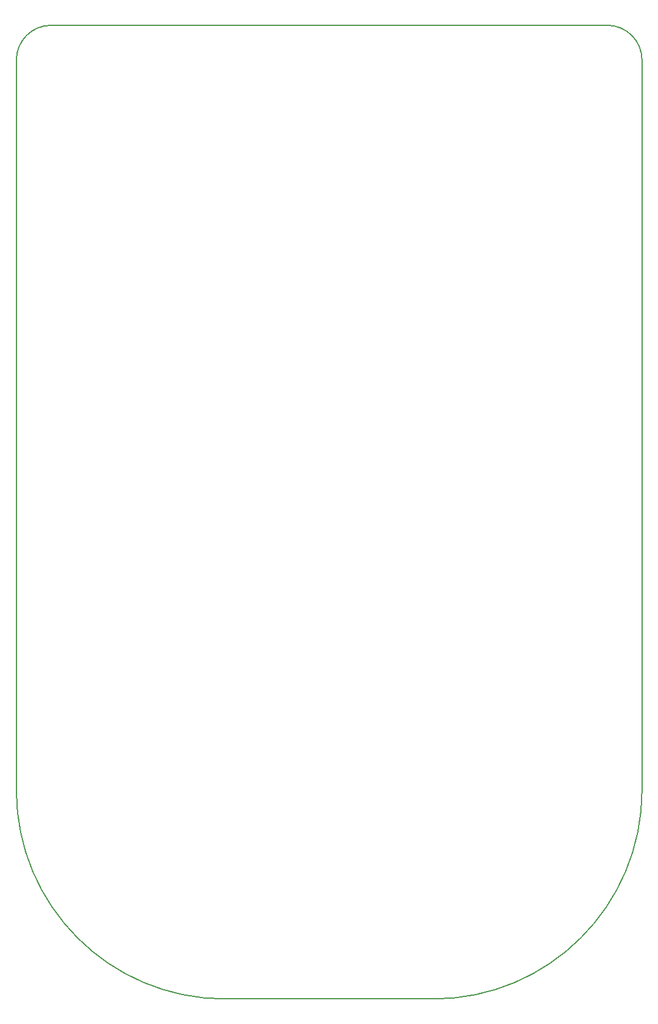
<source format=gbr>
G04 #@! TF.GenerationSoftware,KiCad,Pcbnew,(5.1.5)-3*
G04 #@! TF.CreationDate,2020-06-23T14:27:24+01:00*
G04 #@! TF.ProjectId,drumkid,6472756d-6b69-4642-9e6b-696361645f70,rev?*
G04 #@! TF.SameCoordinates,Original*
G04 #@! TF.FileFunction,Profile,NP*
%FSLAX46Y46*%
G04 Gerber Fmt 4.6, Leading zero omitted, Abs format (unit mm)*
G04 Created by KiCad (PCBNEW (5.1.5)-3) date 2020-06-23 14:27:24*
%MOMM*%
%LPD*%
G04 APERTURE LIST*
%ADD10C,0.200000*%
G04 APERTURE END LIST*
D10*
X85000000Y-170000000D02*
G75*
G02X55000000Y-140000000I0J30000000D01*
G01*
X115000000Y-170000000D02*
X85000000Y-170000000D01*
X60000000Y-30000000D02*
X140000000Y-30000000D01*
X145000000Y-140000000D02*
G75*
G02X115000000Y-170000000I-30000000J0D01*
G01*
X55000000Y-140000000D02*
X55000000Y-35000000D01*
X140000000Y-30000000D02*
G75*
G02X145000000Y-35000000I0J-5000000D01*
G01*
X145000000Y-35000000D02*
X145000000Y-140000000D01*
X55000000Y-35000000D02*
G75*
G02X60000000Y-30000000I5000000J0D01*
G01*
M02*

</source>
